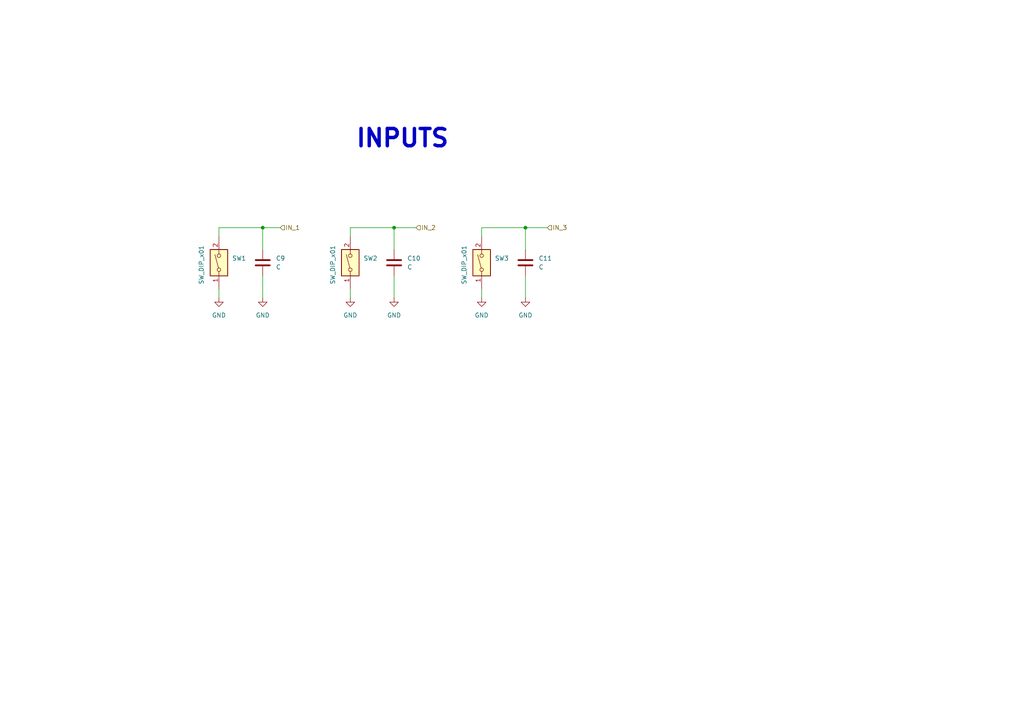
<source format=kicad_sch>
(kicad_sch (version 20230121) (generator eeschema)
  (paper "A4")
  (lib_symbols
    (symbol "Device:C" (pin_numbers hide) (pin_names (offset 0.254))
      (property "Reference" "C" (at 0.635 2.54 0))
      (property "Value" "C" (at 0.635 -2.54 0))
      (symbol "C_0_1"
        (polyline (pts (xy -2.032 -0.762) (xy 2.032 -0.762)) (stroke (width 0.508)))
        (polyline (pts (xy -2.032 0.762) (xy 2.032 0.762)) (stroke (width 0.508)))
      )
      (symbol "C_1_1"
        (pin passive line (at 0 3.81 270) (length 2.794) (name "~") (number "1"))
        (pin passive line (at 0 -3.81 90) (length 2.794) (name "~") (number "2"))
      )
    )
    (symbol "Switch:SW_DIP_x01" (pin_names (offset 0) hide)
      (property "Reference" "SW" (at 0 3.81 0))
      (property "Value" "SW_DIP_x01" (at 0 -3.81 0))
      (symbol "SW_DIP_x01_0_0"
        (circle (center -2.032 0) (radius 0.508))
        (polyline (pts (xy -1.524 0.127) (xy 2.3622 1.1684)))
        (circle (center 2.032 0) (radius 0.508))
      )
      (symbol "SW_DIP_x01_0_1"
        (rectangle (start -3.81 2.54) (end 3.81 -2.54) (stroke (width 0.254)) (fill (type background)))
      )
      (symbol "SW_DIP_x01_1_1"
        (pin passive line (at -7.62 0 0) (length 5.08) (name "~") (number "1"))
        (pin passive line (at 7.62 0 180) (length 5.08) (name "~") (number "2"))
      )
    )
    (symbol "power:GND" (power) (pin_names (offset 0))
      (property "Value" "GND" (at 0 -3.81 0))
      (symbol "GND_0_1"
        (polyline (pts (xy 0 0) (xy 0 -1.27) (xy 1.27 -1.27) (xy 0 -2.54) (xy -1.27 -1.27) (xy 0 -1.27)))
      )
      (symbol "GND_1_1"
        (pin power_in line (at 0 0 270) (length 0) hide (name "GND") (number "1"))
      )
    )
  )
  (junction (at 114.3 66.04))
  (junction (at 152.4 66.04))
  (junction (at 76.2 66.04))
  (wire (pts (xy 139.7 66.04) (xy 152.4 66.04)))
  (wire (pts (xy 152.4 66.04) (xy 158.75 66.04)))
  (wire (pts (xy 139.7 83.82) (xy 139.7 86.36)))
  (wire (pts (xy 114.3 80.01) (xy 114.3 86.36)))
  (wire (pts (xy 152.4 66.04) (xy 152.4 72.39)))
  (wire (pts (xy 76.2 66.04) (xy 76.2 72.39)))
  (wire (pts (xy 114.3 66.04) (xy 120.65 66.04)))
  (wire (pts (xy 139.7 68.58) (xy 139.7 66.04)))
  (wire (pts (xy 81.28 66.04) (xy 76.2 66.04)))
  (wire (pts (xy 76.2 80.01) (xy 76.2 86.36)))
  (wire (pts (xy 152.4 80.01) (xy 152.4 86.36)))
  (wire (pts (xy 63.5 68.58) (xy 63.5 66.04)))
  (wire (pts (xy 101.6 68.58) (xy 101.6 66.04)))
  (wire (pts (xy 101.6 66.04) (xy 114.3 66.04)))
  (wire (pts (xy 63.5 66.04) (xy 76.2 66.04)))
  (wire (pts (xy 114.3 66.04) (xy 114.3 72.39)))
  (wire (pts (xy 63.5 83.82) (xy 63.5 86.36)))
  (wire (pts (xy 101.6 83.82) (xy 101.6 86.36)))
  (text "INPUTS" (at 102.87 43.18 0) (effects (font (size 5 5) (thickness 1) bold) (justify left bottom)))
  (hierarchical_label "IN_3" (shape input) (at 158.75 66.04 0))
  (hierarchical_label "IN_1" (shape input) (at 81.28 66.04 0))
  (hierarchical_label "IN_2" (shape input) (at 120.65 66.04 0))
  (symbol (lib_id "Device:C") (at 152.4 76.2 0) (unit 1)
    (property "Reference" "C11" (at 156.21 74.93 0) (effects (justify left)))
    (property "Value" "C" (at 156.21 77.47 0) (effects (justify left)))
  )
  (symbol (lib_id "power:GND") (at 63.5 86.36 0) (unit 1)
    (property "Reference" "#PWR016" (effects hide))
    (property "Value" "GND" (at 63.5 91.44 0))
  )
  (symbol (lib_id "power:GND") (at 76.2 86.36 0) (unit 1)
    (property "Reference" "#PWR017" (effects hide))
    (property "Value" "GND" (at 76.2 91.44 0))
  )
  (symbol (lib_id "Device:C") (at 76.2 76.2 0) (unit 1)
    (property "Reference" "C9" (at 80.01 74.93 0) (effects (justify left)))
    (property "Value" "C" (at 80.01 77.47 0) (effects (justify left)))
  )
  (symbol (lib_id "Switch:SW_DIP_x01") (at 63.5 76.2 90) (unit 1)
    (property "Reference" "SW1" (at 67.31 74.93 90) (effects (justify right)))
    (property "Value" "SW_DIP_x01" (at 58.42 71.12 0) (effects (justify right)))
  )
  (symbol (lib_id "Switch:SW_DIP_x01") (at 139.7 76.2 90) (unit 1)
    (property "Reference" "SW3" (at 143.51 74.93 90) (effects (justify right)))
    (property "Value" "SW_DIP_x01" (at 134.62 71.12 0) (effects (justify right)))
  )
  (symbol (lib_id "power:GND") (at 152.4 86.36 0) (unit 1)
    (property "Reference" "#PWR021" (effects hide))
    (property "Value" "GND" (at 152.4 91.44 0))
  )
  (symbol (lib_id "Switch:SW_DIP_x01") (at 101.6 76.2 90) (unit 1)
    (property "Reference" "SW2" (at 105.41 74.93 90) (effects (justify right)))
    (property "Value" "SW_DIP_x01" (at 96.52 71.12 0) (effects (justify right)))
  )
  (symbol (lib_id "Device:C") (at 114.3 76.2 0) (unit 1)
    (property "Reference" "C10" (at 118.11 74.93 0) (effects (justify left)))
    (property "Value" "C" (at 118.11 77.47 0) (effects (justify left)))
  )
  (symbol (lib_id "power:GND") (at 101.6 86.36 0) (unit 1)
    (property "Reference" "#PWR018" (effects hide))
    (property "Value" "GND" (at 101.6 91.44 0))
  )
  (symbol (lib_id "power:GND") (at 139.7 86.36 0) (unit 1)
    (property "Reference" "#PWR020" (effects hide))
    (property "Value" "GND" (at 139.7 91.44 0))
  )
  (symbol (lib_id "power:GND") (at 114.3 86.36 0) (unit 1)
    (property "Reference" "#PWR019" (effects hide))
    (property "Value" "GND" (at 114.3 91.44 0))
  )
)
</source>
